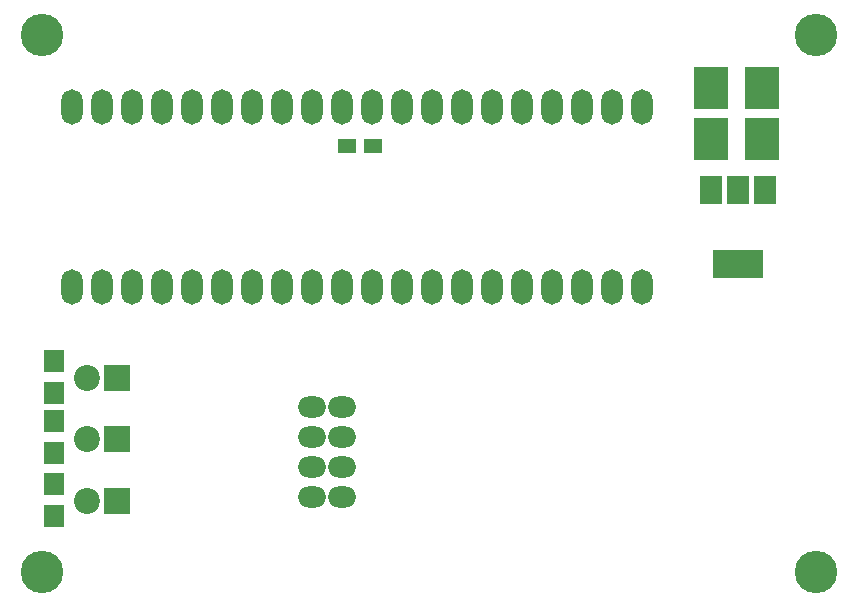
<source format=gts>
G04 #@! TF.GenerationSoftware,KiCad,Pcbnew,no-vcs-found-5f4599f~59~ubuntu16.04.1*
G04 #@! TF.CreationDate,2017-07-19T11:29:47+03:00*
G04 #@! TF.ProjectId,serial_gw_maple_mini,73657269616C5F67775F6D61706C655F,rev?*
G04 #@! TF.SameCoordinates,Original
G04 #@! TF.FileFunction,Soldermask,Top*
G04 #@! TF.FilePolarity,Negative*
%FSLAX46Y46*%
G04 Gerber Fmt 4.6, Leading zero omitted, Abs format (unit mm)*
G04 Created by KiCad (PCBNEW no-vcs-found-5f4599f~59~ubuntu16.04.1) date Wed Jul 19 11:29:47 2017*
%MOMM*%
%LPD*%
G01*
G04 APERTURE LIST*
%ADD10O,2.400000X1.800000*%
%ADD11O,1.800000X3.000000*%
%ADD12C,3.600000*%
%ADD13R,2.900000X3.600000*%
%ADD14R,1.600000X1.300000*%
%ADD15R,1.900000X2.400000*%
%ADD16R,4.200000X2.400000*%
%ADD17C,2.200000*%
%ADD18R,2.200000X2.200000*%
%ADD19R,1.700000X1.900000*%
G04 APERTURE END LIST*
D10*
X165100000Y-81280000D03*
X167640000Y-81280000D03*
X165100000Y-78740000D03*
X167640000Y-78740000D03*
X165100000Y-76200000D03*
X167640000Y-76200000D03*
X165100000Y-73660000D03*
X167640000Y-73660000D03*
D11*
X144780000Y-48260000D03*
X147320000Y-48260000D03*
X149860000Y-48260000D03*
X152400000Y-48260000D03*
X154940000Y-48260000D03*
X157480000Y-48260000D03*
X160020000Y-48260000D03*
X162560000Y-48260000D03*
X165100000Y-48260000D03*
X167640000Y-48260000D03*
X170180000Y-48260000D03*
X172720000Y-48260000D03*
X175260000Y-48260000D03*
X177800000Y-48260000D03*
X180340000Y-48260000D03*
X182880000Y-48260000D03*
X185420000Y-48260000D03*
X187960000Y-48260000D03*
X190500000Y-48260000D03*
X193040000Y-48260000D03*
X193040000Y-63500000D03*
X190500000Y-63500000D03*
X187960000Y-63500000D03*
X185420000Y-63500000D03*
X182880000Y-63500000D03*
X180340000Y-63500000D03*
X177800000Y-63500000D03*
X175260000Y-63500000D03*
X172720000Y-63500000D03*
X170180000Y-63500000D03*
X167640000Y-63500000D03*
X165100000Y-63500000D03*
X162560000Y-63500000D03*
X160020000Y-63500000D03*
X157480000Y-63500000D03*
X154940000Y-63500000D03*
X152400000Y-63500000D03*
X149860000Y-63500000D03*
X147320000Y-63500000D03*
X144780000Y-63500000D03*
D12*
X142240000Y-87630000D03*
X207772000Y-87630000D03*
X207772000Y-42164000D03*
X142240000Y-42164000D03*
D13*
X198882000Y-46618000D03*
X198882000Y-50918000D03*
X203200000Y-50918000D03*
X203200000Y-46618000D03*
D14*
X168064000Y-51562000D03*
X170264000Y-51562000D03*
D15*
X203468000Y-55270000D03*
X198868000Y-55270000D03*
X201168000Y-55270000D03*
D16*
X201168000Y-61570000D03*
D17*
X146050000Y-81584800D03*
D18*
X148590000Y-81584800D03*
X148590000Y-76377800D03*
D17*
X146050000Y-76377800D03*
X146050000Y-71170800D03*
D18*
X148590000Y-71170800D03*
D19*
X143256000Y-80184000D03*
X143256000Y-82884000D03*
X143256000Y-77550000D03*
X143256000Y-74850000D03*
X143256000Y-69770000D03*
X143256000Y-72470000D03*
M02*

</source>
